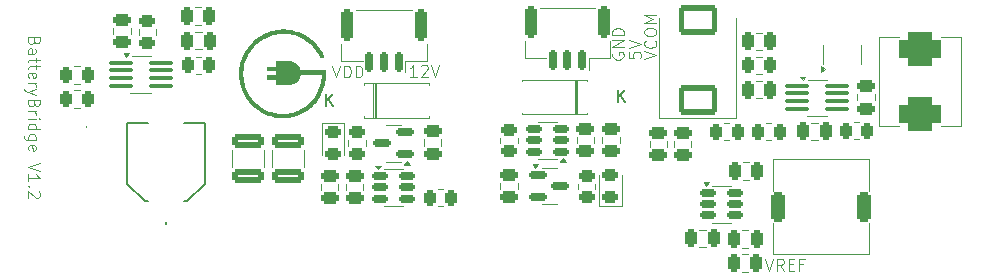
<source format=gto>
G04 #@! TF.GenerationSoftware,KiCad,Pcbnew,8.0.0*
G04 #@! TF.CreationDate,2024-10-21T16:28:35+02:00*
G04 #@! TF.ProjectId,BatteryBridge,42617474-6572-4794-9272-696467652e6b,rev?*
G04 #@! TF.SameCoordinates,Original*
G04 #@! TF.FileFunction,Legend,Top*
G04 #@! TF.FilePolarity,Positive*
%FSLAX46Y46*%
G04 Gerber Fmt 4.6, Leading zero omitted, Abs format (unit mm)*
G04 Created by KiCad (PCBNEW 8.0.0) date 2024-10-21 16:28:35*
%MOMM*%
%LPD*%
G01*
G04 APERTURE LIST*
G04 Aperture macros list*
%AMRoundRect*
0 Rectangle with rounded corners*
0 $1 Rounding radius*
0 $2 $3 $4 $5 $6 $7 $8 $9 X,Y pos of 4 corners*
0 Add a 4 corners polygon primitive as box body*
4,1,4,$2,$3,$4,$5,$6,$7,$8,$9,$2,$3,0*
0 Add four circle primitives for the rounded corners*
1,1,$1+$1,$2,$3*
1,1,$1+$1,$4,$5*
1,1,$1+$1,$6,$7*
1,1,$1+$1,$8,$9*
0 Add four rect primitives between the rounded corners*
20,1,$1+$1,$2,$3,$4,$5,0*
20,1,$1+$1,$4,$5,$6,$7,0*
20,1,$1+$1,$6,$7,$8,$9,0*
20,1,$1+$1,$8,$9,$2,$3,0*%
G04 Aperture macros list end*
%ADD10C,0.100000*%
%ADD11C,0.150000*%
%ADD12C,0.120000*%
%ADD13C,0.200000*%
%ADD14C,0.000000*%
%ADD15RoundRect,0.250000X-0.475000X0.250000X-0.475000X-0.250000X0.475000X-0.250000X0.475000X0.250000X0*%
%ADD16RoundRect,0.150000X-0.512500X-0.150000X0.512500X-0.150000X0.512500X0.150000X-0.512500X0.150000X0*%
%ADD17R,1.600000X3.500000*%
%ADD18RoundRect,0.250000X0.475000X-0.250000X0.475000X0.250000X-0.475000X0.250000X-0.475000X-0.250000X0*%
%ADD19RoundRect,0.250000X0.250000X0.475000X-0.250000X0.475000X-0.250000X-0.475000X0.250000X-0.475000X0*%
%ADD20RoundRect,0.250000X0.262500X0.450000X-0.262500X0.450000X-0.262500X-0.450000X0.262500X-0.450000X0*%
%ADD21RoundRect,0.250000X-0.450000X0.262500X-0.450000X-0.262500X0.450000X-0.262500X0.450000X0.262500X0*%
%ADD22RoundRect,0.250000X-0.262500X-0.450000X0.262500X-0.450000X0.262500X0.450000X-0.262500X0.450000X0*%
%ADD23RoundRect,0.243750X-0.456250X0.243750X-0.456250X-0.243750X0.456250X-0.243750X0.456250X0.243750X0*%
%ADD24RoundRect,0.100000X-0.900000X-0.100000X0.900000X-0.100000X0.900000X0.100000X-0.900000X0.100000X0*%
%ADD25RoundRect,0.250000X1.400000X1.000000X-1.400000X1.000000X-1.400000X-1.000000X1.400000X-1.000000X0*%
%ADD26R,0.510000X0.700000*%
%ADD27RoundRect,0.250000X1.100000X-0.325000X1.100000X0.325000X-1.100000X0.325000X-1.100000X-0.325000X0*%
%ADD28RoundRect,0.250000X-0.250000X-0.475000X0.250000X-0.475000X0.250000X0.475000X-0.250000X0.475000X0*%
%ADD29RoundRect,0.150000X0.150000X0.700000X-0.150000X0.700000X-0.150000X-0.700000X0.150000X-0.700000X0*%
%ADD30RoundRect,0.250000X0.250000X1.100000X-0.250000X1.100000X-0.250000X-1.100000X0.250000X-1.100000X0*%
%ADD31C,2.600000*%
%ADD32C,4.400000*%
%ADD33RoundRect,0.150000X-0.587500X-0.150000X0.587500X-0.150000X0.587500X0.150000X-0.587500X0.150000X0*%
%ADD34RoundRect,0.250000X0.450000X-0.262500X0.450000X0.262500X-0.450000X0.262500X-0.450000X-0.262500X0*%
%ADD35RoundRect,0.150000X0.512500X0.150000X-0.512500X0.150000X-0.512500X-0.150000X0.512500X-0.150000X0*%
%ADD36RoundRect,0.300000X-0.300000X1.000000X-0.300000X-1.000000X0.300000X-1.000000X0.300000X1.000000X0*%
%ADD37C,0.800000*%
%ADD38C,6.400000*%
%ADD39RoundRect,0.737500X-1.012500X-0.737500X1.012500X-0.737500X1.012500X0.737500X-1.012500X0.737500X0*%
%ADD40R,2.200000X2.200000*%
%ADD41O,2.200000X2.200000*%
%ADD42RoundRect,0.150000X0.587500X0.150000X-0.587500X0.150000X-0.587500X-0.150000X0.587500X-0.150000X0*%
%ADD43R,1.390000X1.400000*%
%ADD44R,3.360000X4.860000*%
%ADD45RoundRect,0.243750X0.456250X-0.243750X0.456250X0.243750X-0.456250X0.243750X-0.456250X-0.243750X0*%
G04 APERTURE END LIST*
D10*
X98255827Y-83200419D02*
X98589160Y-84200419D01*
X98589160Y-84200419D02*
X98922493Y-83200419D01*
X99255827Y-84200419D02*
X99255827Y-83200419D01*
X99255827Y-83200419D02*
X99493922Y-83200419D01*
X99493922Y-83200419D02*
X99636779Y-83248038D01*
X99636779Y-83248038D02*
X99732017Y-83343276D01*
X99732017Y-83343276D02*
X99779636Y-83438514D01*
X99779636Y-83438514D02*
X99827255Y-83628990D01*
X99827255Y-83628990D02*
X99827255Y-83771847D01*
X99827255Y-83771847D02*
X99779636Y-83962323D01*
X99779636Y-83962323D02*
X99732017Y-84057561D01*
X99732017Y-84057561D02*
X99636779Y-84152800D01*
X99636779Y-84152800D02*
X99493922Y-84200419D01*
X99493922Y-84200419D02*
X99255827Y-84200419D01*
X100255827Y-84200419D02*
X100255827Y-83200419D01*
X100255827Y-83200419D02*
X100493922Y-83200419D01*
X100493922Y-83200419D02*
X100636779Y-83248038D01*
X100636779Y-83248038D02*
X100732017Y-83343276D01*
X100732017Y-83343276D02*
X100779636Y-83438514D01*
X100779636Y-83438514D02*
X100827255Y-83628990D01*
X100827255Y-83628990D02*
X100827255Y-83771847D01*
X100827255Y-83771847D02*
X100779636Y-83962323D01*
X100779636Y-83962323D02*
X100732017Y-84057561D01*
X100732017Y-84057561D02*
X100636779Y-84152800D01*
X100636779Y-84152800D02*
X100493922Y-84200419D01*
X100493922Y-84200419D02*
X100255827Y-84200419D01*
X124704019Y-82656569D02*
X125704019Y-82323236D01*
X125704019Y-82323236D02*
X124704019Y-81989903D01*
X125608780Y-81085141D02*
X125656400Y-81132760D01*
X125656400Y-81132760D02*
X125704019Y-81275617D01*
X125704019Y-81275617D02*
X125704019Y-81370855D01*
X125704019Y-81370855D02*
X125656400Y-81513712D01*
X125656400Y-81513712D02*
X125561161Y-81608950D01*
X125561161Y-81608950D02*
X125465923Y-81656569D01*
X125465923Y-81656569D02*
X125275447Y-81704188D01*
X125275447Y-81704188D02*
X125132590Y-81704188D01*
X125132590Y-81704188D02*
X124942114Y-81656569D01*
X124942114Y-81656569D02*
X124846876Y-81608950D01*
X124846876Y-81608950D02*
X124751638Y-81513712D01*
X124751638Y-81513712D02*
X124704019Y-81370855D01*
X124704019Y-81370855D02*
X124704019Y-81275617D01*
X124704019Y-81275617D02*
X124751638Y-81132760D01*
X124751638Y-81132760D02*
X124799257Y-81085141D01*
X124704019Y-80466093D02*
X124704019Y-80275617D01*
X124704019Y-80275617D02*
X124751638Y-80180379D01*
X124751638Y-80180379D02*
X124846876Y-80085141D01*
X124846876Y-80085141D02*
X125037352Y-80037522D01*
X125037352Y-80037522D02*
X125370685Y-80037522D01*
X125370685Y-80037522D02*
X125561161Y-80085141D01*
X125561161Y-80085141D02*
X125656400Y-80180379D01*
X125656400Y-80180379D02*
X125704019Y-80275617D01*
X125704019Y-80275617D02*
X125704019Y-80466093D01*
X125704019Y-80466093D02*
X125656400Y-80561331D01*
X125656400Y-80561331D02*
X125561161Y-80656569D01*
X125561161Y-80656569D02*
X125370685Y-80704188D01*
X125370685Y-80704188D02*
X125037352Y-80704188D01*
X125037352Y-80704188D02*
X124846876Y-80656569D01*
X124846876Y-80656569D02*
X124751638Y-80561331D01*
X124751638Y-80561331D02*
X124704019Y-80466093D01*
X125704019Y-79608950D02*
X124704019Y-79608950D01*
X124704019Y-79608950D02*
X125418304Y-79275617D01*
X125418304Y-79275617D02*
X124704019Y-78942284D01*
X124704019Y-78942284D02*
X125704019Y-78942284D01*
X73031390Y-81128018D02*
X72983771Y-81270875D01*
X72983771Y-81270875D02*
X72936152Y-81318494D01*
X72936152Y-81318494D02*
X72840914Y-81366113D01*
X72840914Y-81366113D02*
X72698057Y-81366113D01*
X72698057Y-81366113D02*
X72602819Y-81318494D01*
X72602819Y-81318494D02*
X72555200Y-81270875D01*
X72555200Y-81270875D02*
X72507580Y-81175637D01*
X72507580Y-81175637D02*
X72507580Y-80794685D01*
X72507580Y-80794685D02*
X73507580Y-80794685D01*
X73507580Y-80794685D02*
X73507580Y-81128018D01*
X73507580Y-81128018D02*
X73459961Y-81223256D01*
X73459961Y-81223256D02*
X73412342Y-81270875D01*
X73412342Y-81270875D02*
X73317104Y-81318494D01*
X73317104Y-81318494D02*
X73221866Y-81318494D01*
X73221866Y-81318494D02*
X73126628Y-81270875D01*
X73126628Y-81270875D02*
X73079009Y-81223256D01*
X73079009Y-81223256D02*
X73031390Y-81128018D01*
X73031390Y-81128018D02*
X73031390Y-80794685D01*
X72507580Y-82223256D02*
X73031390Y-82223256D01*
X73031390Y-82223256D02*
X73126628Y-82175637D01*
X73126628Y-82175637D02*
X73174247Y-82080399D01*
X73174247Y-82080399D02*
X73174247Y-81889923D01*
X73174247Y-81889923D02*
X73126628Y-81794685D01*
X72555200Y-82223256D02*
X72507580Y-82128018D01*
X72507580Y-82128018D02*
X72507580Y-81889923D01*
X72507580Y-81889923D02*
X72555200Y-81794685D01*
X72555200Y-81794685D02*
X72650438Y-81747066D01*
X72650438Y-81747066D02*
X72745676Y-81747066D01*
X72745676Y-81747066D02*
X72840914Y-81794685D01*
X72840914Y-81794685D02*
X72888533Y-81889923D01*
X72888533Y-81889923D02*
X72888533Y-82128018D01*
X72888533Y-82128018D02*
X72936152Y-82223256D01*
X73174247Y-82556590D02*
X73174247Y-82937542D01*
X73507580Y-82699447D02*
X72650438Y-82699447D01*
X72650438Y-82699447D02*
X72555200Y-82747066D01*
X72555200Y-82747066D02*
X72507580Y-82842304D01*
X72507580Y-82842304D02*
X72507580Y-82937542D01*
X73174247Y-83128019D02*
X73174247Y-83508971D01*
X73507580Y-83270876D02*
X72650438Y-83270876D01*
X72650438Y-83270876D02*
X72555200Y-83318495D01*
X72555200Y-83318495D02*
X72507580Y-83413733D01*
X72507580Y-83413733D02*
X72507580Y-83508971D01*
X72555200Y-84223257D02*
X72507580Y-84128019D01*
X72507580Y-84128019D02*
X72507580Y-83937543D01*
X72507580Y-83937543D02*
X72555200Y-83842305D01*
X72555200Y-83842305D02*
X72650438Y-83794686D01*
X72650438Y-83794686D02*
X73031390Y-83794686D01*
X73031390Y-83794686D02*
X73126628Y-83842305D01*
X73126628Y-83842305D02*
X73174247Y-83937543D01*
X73174247Y-83937543D02*
X73174247Y-84128019D01*
X73174247Y-84128019D02*
X73126628Y-84223257D01*
X73126628Y-84223257D02*
X73031390Y-84270876D01*
X73031390Y-84270876D02*
X72936152Y-84270876D01*
X72936152Y-84270876D02*
X72840914Y-83794686D01*
X72507580Y-84699448D02*
X73174247Y-84699448D01*
X72983771Y-84699448D02*
X73079009Y-84747067D01*
X73079009Y-84747067D02*
X73126628Y-84794686D01*
X73126628Y-84794686D02*
X73174247Y-84889924D01*
X73174247Y-84889924D02*
X73174247Y-84985162D01*
X73174247Y-85223258D02*
X72507580Y-85461353D01*
X73174247Y-85699448D02*
X72507580Y-85461353D01*
X72507580Y-85461353D02*
X72269485Y-85366115D01*
X72269485Y-85366115D02*
X72221866Y-85318496D01*
X72221866Y-85318496D02*
X72174247Y-85223258D01*
X73031390Y-86413734D02*
X72983771Y-86556591D01*
X72983771Y-86556591D02*
X72936152Y-86604210D01*
X72936152Y-86604210D02*
X72840914Y-86651829D01*
X72840914Y-86651829D02*
X72698057Y-86651829D01*
X72698057Y-86651829D02*
X72602819Y-86604210D01*
X72602819Y-86604210D02*
X72555200Y-86556591D01*
X72555200Y-86556591D02*
X72507580Y-86461353D01*
X72507580Y-86461353D02*
X72507580Y-86080401D01*
X72507580Y-86080401D02*
X73507580Y-86080401D01*
X73507580Y-86080401D02*
X73507580Y-86413734D01*
X73507580Y-86413734D02*
X73459961Y-86508972D01*
X73459961Y-86508972D02*
X73412342Y-86556591D01*
X73412342Y-86556591D02*
X73317104Y-86604210D01*
X73317104Y-86604210D02*
X73221866Y-86604210D01*
X73221866Y-86604210D02*
X73126628Y-86556591D01*
X73126628Y-86556591D02*
X73079009Y-86508972D01*
X73079009Y-86508972D02*
X73031390Y-86413734D01*
X73031390Y-86413734D02*
X73031390Y-86080401D01*
X72507580Y-87080401D02*
X73174247Y-87080401D01*
X72983771Y-87080401D02*
X73079009Y-87128020D01*
X73079009Y-87128020D02*
X73126628Y-87175639D01*
X73126628Y-87175639D02*
X73174247Y-87270877D01*
X73174247Y-87270877D02*
X73174247Y-87366115D01*
X72507580Y-87699449D02*
X73174247Y-87699449D01*
X73507580Y-87699449D02*
X73459961Y-87651830D01*
X73459961Y-87651830D02*
X73412342Y-87699449D01*
X73412342Y-87699449D02*
X73459961Y-87747068D01*
X73459961Y-87747068D02*
X73507580Y-87699449D01*
X73507580Y-87699449D02*
X73412342Y-87699449D01*
X72507580Y-88604210D02*
X73507580Y-88604210D01*
X72555200Y-88604210D02*
X72507580Y-88508972D01*
X72507580Y-88508972D02*
X72507580Y-88318496D01*
X72507580Y-88318496D02*
X72555200Y-88223258D01*
X72555200Y-88223258D02*
X72602819Y-88175639D01*
X72602819Y-88175639D02*
X72698057Y-88128020D01*
X72698057Y-88128020D02*
X72983771Y-88128020D01*
X72983771Y-88128020D02*
X73079009Y-88175639D01*
X73079009Y-88175639D02*
X73126628Y-88223258D01*
X73126628Y-88223258D02*
X73174247Y-88318496D01*
X73174247Y-88318496D02*
X73174247Y-88508972D01*
X73174247Y-88508972D02*
X73126628Y-88604210D01*
X73174247Y-89508972D02*
X72364723Y-89508972D01*
X72364723Y-89508972D02*
X72269485Y-89461353D01*
X72269485Y-89461353D02*
X72221866Y-89413734D01*
X72221866Y-89413734D02*
X72174247Y-89318496D01*
X72174247Y-89318496D02*
X72174247Y-89175639D01*
X72174247Y-89175639D02*
X72221866Y-89080401D01*
X72555200Y-89508972D02*
X72507580Y-89413734D01*
X72507580Y-89413734D02*
X72507580Y-89223258D01*
X72507580Y-89223258D02*
X72555200Y-89128020D01*
X72555200Y-89128020D02*
X72602819Y-89080401D01*
X72602819Y-89080401D02*
X72698057Y-89032782D01*
X72698057Y-89032782D02*
X72983771Y-89032782D01*
X72983771Y-89032782D02*
X73079009Y-89080401D01*
X73079009Y-89080401D02*
X73126628Y-89128020D01*
X73126628Y-89128020D02*
X73174247Y-89223258D01*
X73174247Y-89223258D02*
X73174247Y-89413734D01*
X73174247Y-89413734D02*
X73126628Y-89508972D01*
X72555200Y-90366115D02*
X72507580Y-90270877D01*
X72507580Y-90270877D02*
X72507580Y-90080401D01*
X72507580Y-90080401D02*
X72555200Y-89985163D01*
X72555200Y-89985163D02*
X72650438Y-89937544D01*
X72650438Y-89937544D02*
X73031390Y-89937544D01*
X73031390Y-89937544D02*
X73126628Y-89985163D01*
X73126628Y-89985163D02*
X73174247Y-90080401D01*
X73174247Y-90080401D02*
X73174247Y-90270877D01*
X73174247Y-90270877D02*
X73126628Y-90366115D01*
X73126628Y-90366115D02*
X73031390Y-90413734D01*
X73031390Y-90413734D02*
X72936152Y-90413734D01*
X72936152Y-90413734D02*
X72840914Y-89937544D01*
X73507580Y-91461354D02*
X72507580Y-91794687D01*
X72507580Y-91794687D02*
X73507580Y-92128020D01*
X72507580Y-92985163D02*
X72507580Y-92413735D01*
X72507580Y-92699449D02*
X73507580Y-92699449D01*
X73507580Y-92699449D02*
X73364723Y-92604211D01*
X73364723Y-92604211D02*
X73269485Y-92508973D01*
X73269485Y-92508973D02*
X73221866Y-92413735D01*
X72602819Y-93413735D02*
X72555200Y-93461354D01*
X72555200Y-93461354D02*
X72507580Y-93413735D01*
X72507580Y-93413735D02*
X72555200Y-93366116D01*
X72555200Y-93366116D02*
X72602819Y-93413735D01*
X72602819Y-93413735D02*
X72507580Y-93413735D01*
X73412342Y-93842306D02*
X73459961Y-93889925D01*
X73459961Y-93889925D02*
X73507580Y-93985163D01*
X73507580Y-93985163D02*
X73507580Y-94223258D01*
X73507580Y-94223258D02*
X73459961Y-94318496D01*
X73459961Y-94318496D02*
X73412342Y-94366115D01*
X73412342Y-94366115D02*
X73317104Y-94413734D01*
X73317104Y-94413734D02*
X73221866Y-94413734D01*
X73221866Y-94413734D02*
X73079009Y-94366115D01*
X73079009Y-94366115D02*
X72507580Y-93794687D01*
X72507580Y-93794687D02*
X72507580Y-94413734D01*
X134922003Y-99558795D02*
X135255336Y-100558795D01*
X135255336Y-100558795D02*
X135588669Y-99558795D01*
X136493431Y-100558795D02*
X136160098Y-100082604D01*
X135922003Y-100558795D02*
X135922003Y-99558795D01*
X135922003Y-99558795D02*
X136302955Y-99558795D01*
X136302955Y-99558795D02*
X136398193Y-99606414D01*
X136398193Y-99606414D02*
X136445812Y-99654033D01*
X136445812Y-99654033D02*
X136493431Y-99749271D01*
X136493431Y-99749271D02*
X136493431Y-99892128D01*
X136493431Y-99892128D02*
X136445812Y-99987366D01*
X136445812Y-99987366D02*
X136398193Y-100034985D01*
X136398193Y-100034985D02*
X136302955Y-100082604D01*
X136302955Y-100082604D02*
X135922003Y-100082604D01*
X136922003Y-100034985D02*
X137255336Y-100034985D01*
X137398193Y-100558795D02*
X136922003Y-100558795D01*
X136922003Y-100558795D02*
X136922003Y-99558795D01*
X136922003Y-99558795D02*
X137398193Y-99558795D01*
X138160098Y-100034985D02*
X137826765Y-100034985D01*
X137826765Y-100558795D02*
X137826765Y-99558795D01*
X137826765Y-99558795D02*
X138302955Y-99558795D01*
X123383219Y-82074725D02*
X123383219Y-82550915D01*
X123383219Y-82550915D02*
X123859409Y-82598534D01*
X123859409Y-82598534D02*
X123811790Y-82550915D01*
X123811790Y-82550915D02*
X123764171Y-82455677D01*
X123764171Y-82455677D02*
X123764171Y-82217582D01*
X123764171Y-82217582D02*
X123811790Y-82122344D01*
X123811790Y-82122344D02*
X123859409Y-82074725D01*
X123859409Y-82074725D02*
X123954647Y-82027106D01*
X123954647Y-82027106D02*
X124192742Y-82027106D01*
X124192742Y-82027106D02*
X124287980Y-82074725D01*
X124287980Y-82074725D02*
X124335600Y-82122344D01*
X124335600Y-82122344D02*
X124383219Y-82217582D01*
X124383219Y-82217582D02*
X124383219Y-82455677D01*
X124383219Y-82455677D02*
X124335600Y-82550915D01*
X124335600Y-82550915D02*
X124287980Y-82598534D01*
X123383219Y-81741391D02*
X124383219Y-81408058D01*
X124383219Y-81408058D02*
X123383219Y-81074725D01*
X122008438Y-82128706D02*
X121960819Y-82223944D01*
X121960819Y-82223944D02*
X121960819Y-82366801D01*
X121960819Y-82366801D02*
X122008438Y-82509658D01*
X122008438Y-82509658D02*
X122103676Y-82604896D01*
X122103676Y-82604896D02*
X122198914Y-82652515D01*
X122198914Y-82652515D02*
X122389390Y-82700134D01*
X122389390Y-82700134D02*
X122532247Y-82700134D01*
X122532247Y-82700134D02*
X122722723Y-82652515D01*
X122722723Y-82652515D02*
X122817961Y-82604896D01*
X122817961Y-82604896D02*
X122913200Y-82509658D01*
X122913200Y-82509658D02*
X122960819Y-82366801D01*
X122960819Y-82366801D02*
X122960819Y-82271563D01*
X122960819Y-82271563D02*
X122913200Y-82128706D01*
X122913200Y-82128706D02*
X122865580Y-82081087D01*
X122865580Y-82081087D02*
X122532247Y-82081087D01*
X122532247Y-82081087D02*
X122532247Y-82271563D01*
X122960819Y-81652515D02*
X121960819Y-81652515D01*
X121960819Y-81652515D02*
X122960819Y-81081087D01*
X122960819Y-81081087D02*
X121960819Y-81081087D01*
X122960819Y-80604896D02*
X121960819Y-80604896D01*
X121960819Y-80604896D02*
X121960819Y-80366801D01*
X121960819Y-80366801D02*
X122008438Y-80223944D01*
X122008438Y-80223944D02*
X122103676Y-80128706D01*
X122103676Y-80128706D02*
X122198914Y-80081087D01*
X122198914Y-80081087D02*
X122389390Y-80033468D01*
X122389390Y-80033468D02*
X122532247Y-80033468D01*
X122532247Y-80033468D02*
X122722723Y-80081087D01*
X122722723Y-80081087D02*
X122817961Y-80128706D01*
X122817961Y-80128706D02*
X122913200Y-80223944D01*
X122913200Y-80223944D02*
X122960819Y-80366801D01*
X122960819Y-80366801D02*
X122960819Y-80604896D01*
X105424893Y-84149619D02*
X104853465Y-84149619D01*
X105139179Y-84149619D02*
X105139179Y-83149619D01*
X105139179Y-83149619D02*
X105043941Y-83292476D01*
X105043941Y-83292476D02*
X104948703Y-83387714D01*
X104948703Y-83387714D02*
X104853465Y-83435333D01*
X105805846Y-83244857D02*
X105853465Y-83197238D01*
X105853465Y-83197238D02*
X105948703Y-83149619D01*
X105948703Y-83149619D02*
X106186798Y-83149619D01*
X106186798Y-83149619D02*
X106282036Y-83197238D01*
X106282036Y-83197238D02*
X106329655Y-83244857D01*
X106329655Y-83244857D02*
X106377274Y-83340095D01*
X106377274Y-83340095D02*
X106377274Y-83435333D01*
X106377274Y-83435333D02*
X106329655Y-83578190D01*
X106329655Y-83578190D02*
X105758227Y-84149619D01*
X105758227Y-84149619D02*
X106377274Y-84149619D01*
X106662989Y-83149619D02*
X106996322Y-84149619D01*
X106996322Y-84149619D02*
X107329655Y-83149619D01*
D11*
X97782095Y-86611619D02*
X97782095Y-85611619D01*
X98353523Y-86611619D02*
X97924952Y-86040190D01*
X98353523Y-85611619D02*
X97782095Y-86183047D01*
X122470895Y-86306819D02*
X122470895Y-85306819D01*
X123042323Y-86306819D02*
X122613752Y-85735390D01*
X123042323Y-85306819D02*
X122470895Y-85878247D01*
D12*
X125132200Y-89588748D02*
X125132200Y-90111252D01*
X126602200Y-89588748D02*
X126602200Y-90111252D01*
X121149400Y-89238748D02*
X121149400Y-89761252D01*
X122619400Y-89238748D02*
X122619400Y-89761252D01*
X103425000Y-91955000D02*
X102625000Y-91955000D01*
X103425000Y-91955000D02*
X104225000Y-91955000D01*
X103425000Y-95075000D02*
X102625000Y-95075000D01*
X103425000Y-95075000D02*
X104225000Y-95075000D01*
X102125000Y-92005000D02*
X101885000Y-91675000D01*
X102365000Y-91675000D01*
X102125000Y-92005000D01*
G36*
X102125000Y-92005000D02*
G01*
X101885000Y-91675000D01*
X102365000Y-91675000D01*
X102125000Y-92005000D01*
G37*
D13*
X80900000Y-88095200D02*
X80900000Y-93195200D01*
X80900000Y-93195200D02*
X82400000Y-94695200D01*
X82400000Y-94695200D02*
X82700000Y-94695200D01*
X82700000Y-88095200D02*
X80900000Y-88095200D01*
X84200000Y-96495200D02*
X84200000Y-96495200D01*
X84200000Y-96495200D02*
X84200000Y-96495200D01*
X84200000Y-96595200D02*
X84200000Y-96595200D01*
X85700000Y-94695200D02*
X86000000Y-94695200D01*
X86000000Y-94695200D02*
X87500000Y-93195200D01*
X87500000Y-88095200D02*
X85700000Y-88095200D01*
X87500000Y-93195200D02*
X87500000Y-88095200D01*
X84200000Y-96495200D02*
G75*
G02*
X84200000Y-96595200I0J-50000D01*
G01*
X84200000Y-96595200D02*
G75*
G02*
X84200000Y-96495200I0J50000D01*
G01*
X84200000Y-96595200D02*
G75*
G02*
X84200000Y-96495200I0J50000D01*
G01*
D12*
X97307500Y-93756252D02*
X97307500Y-93233748D01*
X98777500Y-93756252D02*
X98777500Y-93233748D01*
X139353652Y-88040400D02*
X138831148Y-88040400D01*
X139353652Y-89510400D02*
X138831148Y-89510400D01*
X76877064Y-85315000D02*
X76422936Y-85315000D01*
X76877064Y-86785000D02*
X76422936Y-86785000D01*
X99615000Y-89547936D02*
X99615000Y-90002064D01*
X101085000Y-89547936D02*
X101085000Y-90002064D01*
X81865000Y-80122936D02*
X81865000Y-80577064D01*
X83335000Y-80122936D02*
X83335000Y-80577064D01*
X107669064Y-93651400D02*
X107214936Y-93651400D01*
X107669064Y-95121400D02*
X107214936Y-95121400D01*
X134172936Y-82465000D02*
X134627064Y-82465000D01*
X134172936Y-83935000D02*
X134627064Y-83935000D01*
X97360000Y-88110000D02*
X97360000Y-90795000D01*
X99280000Y-88110000D02*
X97360000Y-88110000D01*
X99280000Y-90795000D02*
X99280000Y-88110000D01*
X129879252Y-97092200D02*
X129356748Y-97092200D01*
X129879252Y-98562200D02*
X129356748Y-98562200D01*
X142715000Y-86161252D02*
X142715000Y-85638748D01*
X144185000Y-86161252D02*
X144185000Y-85638748D01*
D14*
G36*
X94450585Y-80162200D02*
G01*
X94659475Y-80185363D01*
X94866686Y-80219986D01*
X95071575Y-80265982D01*
X95273501Y-80323263D01*
X95471823Y-80391743D01*
X95665900Y-80471335D01*
X95834517Y-80551436D01*
X96022350Y-80653456D01*
X96203524Y-80765521D01*
X96377654Y-80887248D01*
X96544355Y-81018255D01*
X96703241Y-81158161D01*
X96853928Y-81306584D01*
X96996031Y-81463142D01*
X97129164Y-81627452D01*
X97252942Y-81799134D01*
X97366981Y-81977805D01*
X97470894Y-82163083D01*
X97482860Y-82186121D01*
X97503284Y-82226521D01*
X97525113Y-82270988D01*
X97547256Y-82317180D01*
X97568620Y-82362756D01*
X97588111Y-82405372D01*
X97604637Y-82442688D01*
X97617105Y-82472361D01*
X97620602Y-82481279D01*
X97621353Y-82485248D01*
X97619680Y-82489283D01*
X97614410Y-82493969D01*
X97604371Y-82499890D01*
X97588387Y-82507629D01*
X97565285Y-82517771D01*
X97533893Y-82530900D01*
X97493035Y-82547601D01*
X97462383Y-82560026D01*
X97420292Y-82577056D01*
X97381767Y-82592635D01*
X97348302Y-82606159D01*
X97321391Y-82617025D01*
X97302527Y-82624630D01*
X97293204Y-82628371D01*
X97292611Y-82628604D01*
X97286877Y-82624914D01*
X97279440Y-82612656D01*
X97274773Y-82601843D01*
X97268345Y-82586129D01*
X97257915Y-82562024D01*
X97244671Y-82532214D01*
X97229800Y-82499384D01*
X97221240Y-82480759D01*
X97131690Y-82301501D01*
X97031417Y-82127808D01*
X96920837Y-81960193D01*
X96800367Y-81799167D01*
X96670424Y-81645243D01*
X96531425Y-81498935D01*
X96383787Y-81360753D01*
X96227926Y-81231212D01*
X96167842Y-81185264D01*
X96003115Y-81069754D01*
X95831772Y-80964357D01*
X95654451Y-80869338D01*
X95471789Y-80784962D01*
X95284424Y-80711493D01*
X95092995Y-80649197D01*
X94898139Y-80598336D01*
X94700493Y-80559176D01*
X94632711Y-80548566D01*
X94573585Y-80540276D01*
X94519566Y-80533550D01*
X94468290Y-80528238D01*
X94417396Y-80524191D01*
X94364521Y-80521259D01*
X94307304Y-80519292D01*
X94243381Y-80518143D01*
X94170391Y-80517660D01*
X94143426Y-80517622D01*
X94072119Y-80517759D01*
X94010745Y-80518329D01*
X93957008Y-80519476D01*
X93908613Y-80521346D01*
X93863263Y-80524083D01*
X93818664Y-80527831D01*
X93772519Y-80532736D01*
X93722533Y-80538942D01*
X93666410Y-80546594D01*
X93652382Y-80548575D01*
X93455460Y-80582628D01*
X93261840Y-80628253D01*
X93071972Y-80685126D01*
X92886305Y-80752925D01*
X92705287Y-80831327D01*
X92529369Y-80920008D01*
X92359000Y-81018645D01*
X92194628Y-81126916D01*
X92036703Y-81244498D01*
X91885675Y-81371066D01*
X91741992Y-81506299D01*
X91606103Y-81649874D01*
X91478459Y-81801466D01*
X91359508Y-81960754D01*
X91249699Y-82127413D01*
X91149481Y-82301122D01*
X91110014Y-82376786D01*
X91024877Y-82557611D01*
X90951408Y-82740475D01*
X90889262Y-82926466D01*
X90838090Y-83116667D01*
X90797546Y-83312166D01*
X90783067Y-83399602D01*
X90774101Y-83460372D01*
X90766802Y-83515737D01*
X90761014Y-83568047D01*
X90756579Y-83619656D01*
X90753338Y-83672916D01*
X90751135Y-83730178D01*
X90749812Y-83793796D01*
X90749210Y-83866122D01*
X90749131Y-83905801D01*
X90749268Y-83977108D01*
X90749838Y-84038482D01*
X90750985Y-84092219D01*
X90752855Y-84140614D01*
X90755592Y-84185963D01*
X90759340Y-84230563D01*
X90764245Y-84276707D01*
X90770451Y-84326694D01*
X90778103Y-84382817D01*
X90780084Y-84396844D01*
X90814137Y-84593767D01*
X90859762Y-84787386D01*
X90916635Y-84977255D01*
X90984434Y-85162922D01*
X91062836Y-85343939D01*
X91151517Y-85519857D01*
X91250154Y-85690227D01*
X91358425Y-85854599D01*
X91476007Y-86012523D01*
X91602575Y-86163552D01*
X91737808Y-86307235D01*
X91881383Y-86443123D01*
X92032975Y-86570768D01*
X92192263Y-86689719D01*
X92358922Y-86799528D01*
X92532631Y-86899745D01*
X92608295Y-86939213D01*
X92785044Y-87022587D01*
X92963685Y-87094793D01*
X93145303Y-87156148D01*
X93330978Y-87206968D01*
X93521794Y-87247567D01*
X93718833Y-87278264D01*
X93803984Y-87288309D01*
X93851260Y-87292452D01*
X93908060Y-87295925D01*
X93971696Y-87298681D01*
X94039476Y-87300675D01*
X94108708Y-87301860D01*
X94176704Y-87302189D01*
X94240771Y-87301616D01*
X94298220Y-87300095D01*
X94345256Y-87297657D01*
X94538809Y-87278525D01*
X94727267Y-87248472D01*
X94911463Y-87207277D01*
X95092229Y-87154720D01*
X95270396Y-87090582D01*
X95446797Y-87014640D01*
X95488959Y-86994635D01*
X95660502Y-86905036D01*
X95826212Y-86804930D01*
X95985739Y-86694749D01*
X96138731Y-86574921D01*
X96284835Y-86445875D01*
X96423700Y-86308043D01*
X96554975Y-86161853D01*
X96678308Y-86007736D01*
X96793347Y-85846120D01*
X96899741Y-85677436D01*
X96997137Y-85502113D01*
X97085184Y-85320582D01*
X97163531Y-85133271D01*
X97231826Y-84940610D01*
X97268511Y-84820254D01*
X97302143Y-84693694D01*
X97332004Y-84562891D01*
X97357589Y-84430733D01*
X97378392Y-84300110D01*
X97393908Y-84173909D01*
X97403631Y-84055021D01*
X97404199Y-84044878D01*
X97408224Y-83970019D01*
X96503002Y-83970019D01*
X95597779Y-83970019D01*
X95584324Y-84041482D01*
X95558453Y-84150628D01*
X95523362Y-84251876D01*
X95478897Y-84345539D01*
X95424902Y-84431932D01*
X95361222Y-84511369D01*
X95343323Y-84530648D01*
X95281557Y-84589857D01*
X95217042Y-84640388D01*
X95146044Y-84685007D01*
X95106406Y-84706241D01*
X95004140Y-84751663D01*
X94896661Y-84786298D01*
X94783544Y-84810267D01*
X94710042Y-84819861D01*
X94692307Y-84820998D01*
X94662855Y-84822038D01*
X94622200Y-84822977D01*
X94570856Y-84823808D01*
X94509338Y-84824528D01*
X94438161Y-84825130D01*
X94357838Y-84825610D01*
X94268885Y-84825963D01*
X94171815Y-84826184D01*
X94067144Y-84826267D01*
X94057153Y-84826268D01*
X93467601Y-84826268D01*
X93467601Y-84612206D01*
X93467601Y-84398144D01*
X93085347Y-84398144D01*
X92703094Y-84398144D01*
X92703094Y-84214662D01*
X92703094Y-84031180D01*
X93085347Y-84031180D01*
X93467601Y-84031180D01*
X93467601Y-83847698D01*
X93467601Y-83664216D01*
X93085347Y-83664216D01*
X92703094Y-83664216D01*
X92703094Y-83480735D01*
X92703094Y-83297253D01*
X93085347Y-83297253D01*
X93467601Y-83297253D01*
X93467601Y-83067612D01*
X93467601Y-82837971D01*
X94105200Y-82840260D01*
X94207589Y-82840633D01*
X94298514Y-82840987D01*
X94378740Y-82841337D01*
X94449037Y-82841700D01*
X94510170Y-82842093D01*
X94562908Y-82842533D01*
X94608018Y-82843036D01*
X94646266Y-82843619D01*
X94678420Y-82844298D01*
X94705248Y-82845090D01*
X94727516Y-82846012D01*
X94745993Y-82847080D01*
X94761445Y-82848311D01*
X94774639Y-82849721D01*
X94786343Y-82851328D01*
X94797324Y-82853147D01*
X94808349Y-82855196D01*
X94810076Y-82855528D01*
X94925790Y-82882938D01*
X95032700Y-82918819D01*
X95130796Y-82963163D01*
X95220072Y-83015968D01*
X95300520Y-83077227D01*
X95372130Y-83146936D01*
X95434895Y-83225090D01*
X95453313Y-83252192D01*
X95501913Y-83337253D01*
X95541531Y-83428830D01*
X95570951Y-83523983D01*
X95577214Y-83550959D01*
X95587764Y-83599998D01*
X96683594Y-83601543D01*
X97779424Y-83603089D01*
X97779365Y-83733039D01*
X97773674Y-83965713D01*
X97756780Y-84193545D01*
X97728632Y-84416713D01*
X97689182Y-84635396D01*
X97638378Y-84849775D01*
X97576172Y-85060027D01*
X97502514Y-85266332D01*
X97417354Y-85468870D01*
X97320642Y-85667819D01*
X97212329Y-85863359D01*
X97166883Y-85938813D01*
X97056784Y-86107215D01*
X96938030Y-86268806D01*
X96809640Y-86424824D01*
X96670631Y-86576506D01*
X96620430Y-86627655D01*
X96466026Y-86774092D01*
X96306004Y-86909719D01*
X96140500Y-87034472D01*
X95969650Y-87148286D01*
X95793590Y-87251097D01*
X95612457Y-87342840D01*
X95426385Y-87423451D01*
X95235511Y-87492866D01*
X95039970Y-87551020D01*
X94839899Y-87597849D01*
X94635434Y-87633288D01*
X94452287Y-87654973D01*
X94405429Y-87658582D01*
X94349470Y-87661645D01*
X94287117Y-87664115D01*
X94221078Y-87665943D01*
X94154060Y-87667081D01*
X94088768Y-87667482D01*
X94027912Y-87667098D01*
X93974197Y-87665881D01*
X93935480Y-87664113D01*
X93716973Y-87644810D01*
X93502239Y-87613959D01*
X93291467Y-87571629D01*
X93084848Y-87517889D01*
X92882575Y-87452811D01*
X92684837Y-87376462D01*
X92491825Y-87288914D01*
X92303732Y-87190235D01*
X92120747Y-87080497D01*
X91943062Y-86959767D01*
X91879026Y-86912571D01*
X91710970Y-86778447D01*
X91551615Y-86635768D01*
X91401156Y-86484768D01*
X91259787Y-86325682D01*
X91127702Y-86158744D01*
X91005097Y-85984189D01*
X90892166Y-85802252D01*
X90789104Y-85613167D01*
X90770174Y-85575485D01*
X90726532Y-85485250D01*
X90688280Y-85401124D01*
X90653804Y-85319191D01*
X90621487Y-85235535D01*
X90589713Y-85146239D01*
X90574601Y-85101491D01*
X90512621Y-84896156D01*
X90462565Y-84688851D01*
X90424402Y-84480049D01*
X90398096Y-84270227D01*
X90383615Y-84059859D01*
X90380924Y-83849421D01*
X90389990Y-83639389D01*
X90410778Y-83430237D01*
X90443255Y-83222442D01*
X90487387Y-83016477D01*
X90543140Y-82812819D01*
X90610480Y-82611943D01*
X90689374Y-82414324D01*
X90779647Y-82220718D01*
X90878538Y-82036912D01*
X90988165Y-81858451D01*
X91107984Y-81685944D01*
X91237452Y-81520003D01*
X91376026Y-81361237D01*
X91523163Y-81210255D01*
X91678320Y-81067669D01*
X91840953Y-80934087D01*
X92010520Y-80810121D01*
X92073139Y-80767976D01*
X92199988Y-80688366D01*
X92333901Y-80611522D01*
X92471159Y-80539420D01*
X92608042Y-80474038D01*
X92706152Y-80431457D01*
X92813646Y-80389505D01*
X92929917Y-80348801D01*
X93051510Y-80310387D01*
X93174970Y-80275303D01*
X93296843Y-80244590D01*
X93403383Y-80221332D01*
X93611051Y-80185889D01*
X93820247Y-80162342D01*
X94030329Y-80150602D01*
X94240655Y-80150584D01*
X94450585Y-80162200D01*
G37*
D12*
X99437500Y-93766252D02*
X99437500Y-93243748D01*
X100907500Y-93766252D02*
X100907500Y-93243748D01*
X76422936Y-83265000D02*
X76877064Y-83265000D01*
X76422936Y-84735000D02*
X76877064Y-84735000D01*
X138430800Y-87458000D02*
X140190800Y-87458000D01*
X139390800Y-84388000D02*
X138590800Y-84388000D01*
X139390800Y-84388000D02*
X140190800Y-84388000D01*
X138090800Y-84463000D02*
X137850800Y-84133000D01*
X138330800Y-84133000D01*
X138090800Y-84463000D01*
G36*
X138090800Y-84463000D02*
G01*
X137850800Y-84133000D01*
X138330800Y-84133000D01*
X138090800Y-84463000D01*
G37*
X106025000Y-89463748D02*
X106025000Y-89986252D01*
X107495000Y-89463748D02*
X107495000Y-89986252D01*
X112496900Y-93669352D02*
X112496900Y-93146848D01*
X113966900Y-93669352D02*
X113966900Y-93146848D01*
X125950000Y-87660000D02*
X125950000Y-79150000D01*
X132450000Y-87660000D02*
X125950000Y-87660000D01*
X132450000Y-87660000D02*
X132450000Y-79150000D01*
X139844400Y-83073000D02*
X139844400Y-81473000D01*
X143044400Y-83073000D02*
X143044400Y-81473000D01*
X139994400Y-83523000D02*
X139664400Y-83763000D01*
X139664400Y-83283000D01*
X139994400Y-83523000D01*
G36*
X139994400Y-83523000D02*
G01*
X139664400Y-83763000D01*
X139664400Y-83283000D01*
X139994400Y-83523000D01*
G37*
X89790000Y-91761252D02*
X89790000Y-90338748D01*
X92510000Y-91761252D02*
X92510000Y-90338748D01*
X86688748Y-80365000D02*
X87211252Y-80365000D01*
X86688748Y-81835000D02*
X87211252Y-81835000D01*
X135456664Y-88063400D02*
X135002536Y-88063400D01*
X135456664Y-89533400D02*
X135002536Y-89533400D01*
X114560000Y-81120000D02*
X114560000Y-82570000D01*
X114560000Y-82570000D02*
X116360000Y-82570000D01*
X119980000Y-82570000D02*
X119980000Y-83560000D01*
X120510000Y-78300000D02*
X115830000Y-78300000D01*
X121780000Y-81120000D02*
X121780000Y-82570000D01*
X121780000Y-82570000D02*
X119980000Y-82570000D01*
X132948748Y-99183000D02*
X133471252Y-99183000D01*
X132948748Y-100653000D02*
X133471252Y-100653000D01*
X134661252Y-80415000D02*
X134138748Y-80415000D01*
X134661252Y-81885000D02*
X134138748Y-81885000D01*
X93190000Y-91761252D02*
X93190000Y-90338748D01*
X95910000Y-91761252D02*
X95910000Y-90338748D01*
X99040000Y-81340000D02*
X99040000Y-82790000D01*
X99040000Y-82790000D02*
X100840000Y-82790000D01*
X104460000Y-82790000D02*
X104460000Y-83780000D01*
X104990000Y-78520000D02*
X100310000Y-78520000D01*
X106260000Y-81340000D02*
X106260000Y-82790000D01*
X106260000Y-82790000D02*
X104460000Y-82790000D01*
X118965000Y-89238748D02*
X118965000Y-89761252D01*
X120435000Y-89238748D02*
X120435000Y-89761252D01*
X131902564Y-88063400D02*
X131448436Y-88063400D01*
X131902564Y-89533400D02*
X131448436Y-89533400D01*
X132978748Y-97143000D02*
X133501252Y-97143000D01*
X132978748Y-98613000D02*
X133501252Y-98613000D01*
X133561252Y-91410600D02*
X133038748Y-91410600D01*
X133561252Y-92880600D02*
X133038748Y-92880600D01*
X81179200Y-85506800D02*
X82939200Y-85506800D01*
X82139200Y-82436800D02*
X81339200Y-82436800D01*
X82139200Y-82436800D02*
X82939200Y-82436800D01*
X80839200Y-82511800D02*
X80599200Y-82181800D01*
X81079200Y-82181800D01*
X80839200Y-82511800D01*
G36*
X80839200Y-82511800D02*
G01*
X80599200Y-82181800D01*
X81079200Y-82181800D01*
X80839200Y-82511800D01*
G37*
X116635500Y-91848100D02*
X115985500Y-91848100D01*
X116635500Y-91848100D02*
X117285500Y-91848100D01*
X116635500Y-94968100D02*
X115985500Y-94968100D01*
X116635500Y-94968100D02*
X117285500Y-94968100D01*
X115473000Y-91898100D02*
X115233000Y-91568100D01*
X115713000Y-91568100D01*
X115473000Y-91898100D01*
G36*
X115473000Y-91898100D02*
G01*
X115233000Y-91568100D01*
X115713000Y-91568100D01*
X115473000Y-91898100D01*
G37*
X119065000Y-93677064D02*
X119065000Y-93222936D01*
X120535000Y-93677064D02*
X120535000Y-93222936D01*
X116514000Y-87972100D02*
X115714000Y-87972100D01*
X116514000Y-87972100D02*
X117314000Y-87972100D01*
X116514000Y-91092100D02*
X115714000Y-91092100D01*
X116514000Y-91092100D02*
X117314000Y-91092100D01*
X118054000Y-91372100D02*
X117574000Y-91372100D01*
X117814000Y-91042100D01*
X118054000Y-91372100D01*
G36*
X118054000Y-91372100D02*
G01*
X117574000Y-91372100D01*
X117814000Y-91042100D01*
X118054000Y-91372100D01*
G37*
X86638748Y-78265000D02*
X87161252Y-78265000D01*
X86638748Y-79735000D02*
X87161252Y-79735000D01*
D10*
X135600000Y-93800000D02*
X135600000Y-91150000D01*
X135600000Y-99150000D02*
X135600000Y-96500000D01*
X135600000Y-99150000D02*
X143700000Y-99150000D01*
X143700000Y-91150000D02*
X135600000Y-91150000D01*
X143700000Y-93800000D02*
X143700000Y-91150000D01*
X143700000Y-99150000D02*
X143700000Y-96500000D01*
D12*
X134661252Y-84515000D02*
X134138748Y-84515000D01*
X134661252Y-85985000D02*
X134138748Y-85985000D01*
X79731400Y-80561252D02*
X79731400Y-80038748D01*
X81201400Y-80561252D02*
X81201400Y-80038748D01*
X131242800Y-93380500D02*
X130442800Y-93380500D01*
X131242800Y-93380500D02*
X132042800Y-93380500D01*
X131242800Y-96500500D02*
X130442800Y-96500500D01*
X131242800Y-96500500D02*
X132042800Y-96500500D01*
X129942800Y-93430500D02*
X129702800Y-93100500D01*
X130182800Y-93100500D01*
X129942800Y-93430500D01*
G36*
X129942800Y-93430500D02*
G01*
X129702800Y-93100500D01*
X130182800Y-93100500D01*
X129942800Y-93430500D01*
G37*
X142434636Y-87989600D02*
X142888764Y-87989600D01*
X142434636Y-89459600D02*
X142888764Y-89459600D01*
D10*
X144581200Y-88349400D02*
X144581200Y-80749400D01*
X146251200Y-80749400D02*
X144581200Y-80749400D01*
X146251200Y-88349400D02*
X144581200Y-88349400D01*
X151481200Y-80749400D02*
X149811200Y-80749400D01*
X151481200Y-80749400D02*
X151481200Y-88349400D01*
X151481200Y-88349400D02*
X149811200Y-88349400D01*
D12*
X100980000Y-84680000D02*
X106420000Y-84680000D01*
X100980000Y-84810000D02*
X100980000Y-84680000D01*
X100980000Y-87490000D02*
X100980000Y-87620000D01*
X100980000Y-87620000D02*
X106420000Y-87620000D01*
X101760000Y-84680000D02*
X101760000Y-87620000D01*
X101880000Y-84680000D02*
X101880000Y-87620000D01*
X102000000Y-84680000D02*
X102000000Y-87620000D01*
X106420000Y-84680000D02*
X106420000Y-84810000D01*
X106420000Y-87620000D02*
X106420000Y-87490000D01*
X114367100Y-84404500D02*
X114367100Y-84534500D01*
X114367100Y-87344500D02*
X114367100Y-87214500D01*
X118787100Y-87344500D02*
X118787100Y-84404500D01*
X118907100Y-87344500D02*
X118907100Y-84404500D01*
X119027100Y-87344500D02*
X119027100Y-84404500D01*
X119807100Y-84404500D02*
X114367100Y-84404500D01*
X119807100Y-84534500D02*
X119807100Y-84404500D01*
X119807100Y-87214500D02*
X119807100Y-87344500D01*
X119807100Y-87344500D02*
X114367100Y-87344500D01*
X112496900Y-89774364D02*
X112496900Y-89320236D01*
X113966900Y-89774364D02*
X113966900Y-89320236D01*
X103450000Y-88215000D02*
X102800000Y-88215000D01*
X103450000Y-88215000D02*
X104100000Y-88215000D01*
X103450000Y-91335000D02*
X102800000Y-91335000D01*
X103450000Y-91335000D02*
X104100000Y-91335000D01*
X104852500Y-91615000D02*
X104372500Y-91615000D01*
X104612500Y-91285000D01*
X104852500Y-91615000D01*
G36*
X104852500Y-91615000D02*
G01*
X104372500Y-91615000D01*
X104612500Y-91285000D01*
X104852500Y-91615000D01*
G37*
X86722936Y-82465000D02*
X87177064Y-82465000D01*
X86722936Y-83935000D02*
X87177064Y-83935000D01*
D10*
X77400000Y-88306000D02*
X77400000Y-88306000D01*
X77400000Y-88406000D02*
X77400000Y-88406000D01*
X77400000Y-88306000D02*
G75*
G02*
X77400000Y-88406000I0J-50000D01*
G01*
X77400000Y-88406000D02*
G75*
G02*
X77400000Y-88306000I0J50000D01*
G01*
D12*
X127215000Y-89588748D02*
X127215000Y-90111252D01*
X128685000Y-89588748D02*
X128685000Y-90111252D01*
X120857500Y-92430000D02*
X120857500Y-95115000D01*
X120857500Y-95115000D02*
X122777500Y-95115000D01*
X122777500Y-95115000D02*
X122777500Y-92430000D01*
%LPC*%
D15*
X125867200Y-88900000D03*
X125867200Y-90800000D03*
X121884400Y-88550000D03*
X121884400Y-90450000D03*
D16*
X102287500Y-92565000D03*
X102287500Y-93515000D03*
X102287500Y-94465000D03*
X104562500Y-94465000D03*
X104562500Y-93515000D03*
X104562500Y-92565000D03*
D17*
X84200000Y-94195200D03*
X84200000Y-88595200D03*
D18*
X98042500Y-94445000D03*
X98042500Y-92545000D03*
D19*
X140042400Y-88775400D03*
X138142400Y-88775400D03*
D20*
X77562500Y-86050000D03*
X75737500Y-86050000D03*
D21*
X100350000Y-88862500D03*
X100350000Y-90687500D03*
X82600000Y-79437500D03*
X82600000Y-81262500D03*
D20*
X108354500Y-94386400D03*
X106529500Y-94386400D03*
D22*
X133487500Y-83200000D03*
X135312500Y-83200000D03*
D23*
X98320000Y-88857500D03*
X98320000Y-90732500D03*
D19*
X130568000Y-97827200D03*
X128668000Y-97827200D03*
D18*
X143450000Y-86850000D03*
X143450000Y-84950000D03*
X100172500Y-94455000D03*
X100172500Y-92555000D03*
D22*
X75737500Y-84000000D03*
X77562500Y-84000000D03*
D24*
X137600800Y-84928000D03*
X137600800Y-85568000D03*
X137600800Y-86228000D03*
X137600800Y-86868000D03*
X141020800Y-86868000D03*
X141020800Y-86228000D03*
X141020800Y-85568000D03*
X141020800Y-84928000D03*
D15*
X106760000Y-88775000D03*
X106760000Y-90675000D03*
D18*
X113231900Y-94358100D03*
X113231900Y-92458100D03*
D25*
X129200000Y-86150000D03*
X129200000Y-79350000D03*
D26*
X140494400Y-83433000D03*
X141444400Y-83433000D03*
X142394400Y-83433000D03*
X142394400Y-81113000D03*
X141444400Y-81113000D03*
X140494400Y-81113000D03*
D27*
X91150000Y-92525000D03*
X91150000Y-89575000D03*
D28*
X86000000Y-81100000D03*
X87900000Y-81100000D03*
D20*
X136142100Y-88798400D03*
X134317100Y-88798400D03*
D29*
X119420000Y-82710000D03*
X118170000Y-82710000D03*
X116920000Y-82710000D03*
D30*
X121270000Y-79510000D03*
X115070000Y-79510000D03*
D31*
X110030000Y-80030000D03*
D32*
X110030000Y-80030000D03*
D28*
X132260000Y-99918000D03*
X134160000Y-99918000D03*
D19*
X135350000Y-81150000D03*
X133450000Y-81150000D03*
D27*
X94550000Y-92525000D03*
X94550000Y-89575000D03*
D29*
X103900000Y-82930000D03*
X102650000Y-82930000D03*
X101400000Y-82930000D03*
D30*
X105750000Y-79730000D03*
X99550000Y-79730000D03*
D15*
X119700000Y-88550000D03*
X119700000Y-90450000D03*
D20*
X132588000Y-88798400D03*
X130763000Y-88798400D03*
D28*
X132290000Y-97878000D03*
X134190000Y-97878000D03*
D19*
X134250000Y-92145600D03*
X132350000Y-92145600D03*
D24*
X80349200Y-82976800D03*
X80349200Y-83616800D03*
X80349200Y-84276800D03*
X80349200Y-84916800D03*
X83769200Y-84916800D03*
X83769200Y-84276800D03*
X83769200Y-83616800D03*
X83769200Y-82976800D03*
D33*
X115698000Y-92458100D03*
X115698000Y-94358100D03*
X117573000Y-93408100D03*
D34*
X119800000Y-94362500D03*
X119800000Y-92537500D03*
D35*
X117651500Y-90482100D03*
X117651500Y-89532100D03*
X117651500Y-88582100D03*
X115376500Y-88582100D03*
X115376500Y-89532100D03*
X115376500Y-90482100D03*
D28*
X85950000Y-79000000D03*
X87850000Y-79000000D03*
D36*
X136000000Y-95150000D03*
X143300000Y-95150000D03*
D19*
X135350000Y-85250000D03*
X133450000Y-85250000D03*
D37*
X145783600Y-92710000D03*
X146486544Y-91012944D03*
X146486544Y-94407056D03*
X148183600Y-90310000D03*
D38*
X148183600Y-92710000D03*
D37*
X148183600Y-95110000D03*
X149880656Y-91012944D03*
X149880656Y-94407056D03*
X150583600Y-92710000D03*
D18*
X80466400Y-81250000D03*
X80466400Y-79350000D03*
D16*
X130105300Y-93990500D03*
X130105300Y-94940500D03*
X130105300Y-95890500D03*
X132380300Y-95890500D03*
X132380300Y-94940500D03*
X132380300Y-93990500D03*
D22*
X141749200Y-88724600D03*
X143574200Y-88724600D03*
D39*
X148031200Y-87274400D03*
X148031200Y-81824400D03*
D40*
X99890000Y-86150000D03*
D41*
X107510000Y-86150000D03*
D40*
X120897100Y-85874500D03*
D41*
X113277100Y-85874500D03*
D34*
X113231900Y-90459800D03*
X113231900Y-88634800D03*
D42*
X104387500Y-90725000D03*
X104387500Y-88825000D03*
X102512500Y-89775000D03*
D22*
X86037500Y-83200000D03*
X87862500Y-83200000D03*
D43*
X77400000Y-89550000D03*
X75560000Y-89550000D03*
D44*
X76480000Y-93532000D03*
D15*
X127950000Y-88900000D03*
X127950000Y-90800000D03*
D45*
X121817500Y-94367500D03*
X121817500Y-92492500D03*
%LPD*%
M02*

</source>
